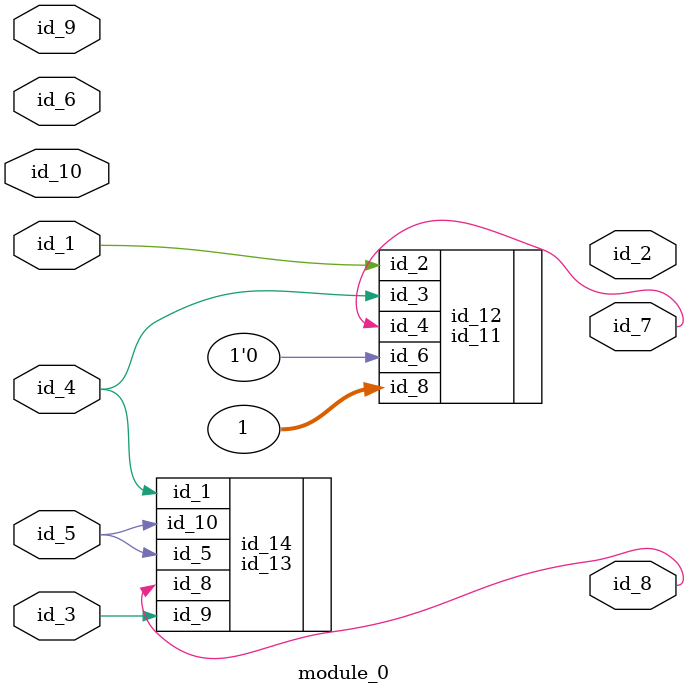
<source format=v>
module module_0 (
    id_1,
    id_2,
    id_3,
    id_4,
    id_5,
    id_6,
    id_7,
    id_8,
    id_9,
    id_10
);
  input id_10;
  input id_9;
  output id_8;
  output id_7;
  input id_6;
  input id_5;
  input id_4;
  input id_3;
  output id_2;
  input id_1;
  id_11 id_12 (
      .id_3(id_4),
      .id_6(1'b0),
      .id_8(1),
      .id_4(id_7),
      .id_2(id_1)
  );
  id_13 id_14 (
      .id_8 (id_8),
      .id_1 (id_4),
      .id_9 (id_3),
      .id_10(id_10),
      .id_10(id_5),
      .id_5 (id_5)
  );
endmodule

</source>
